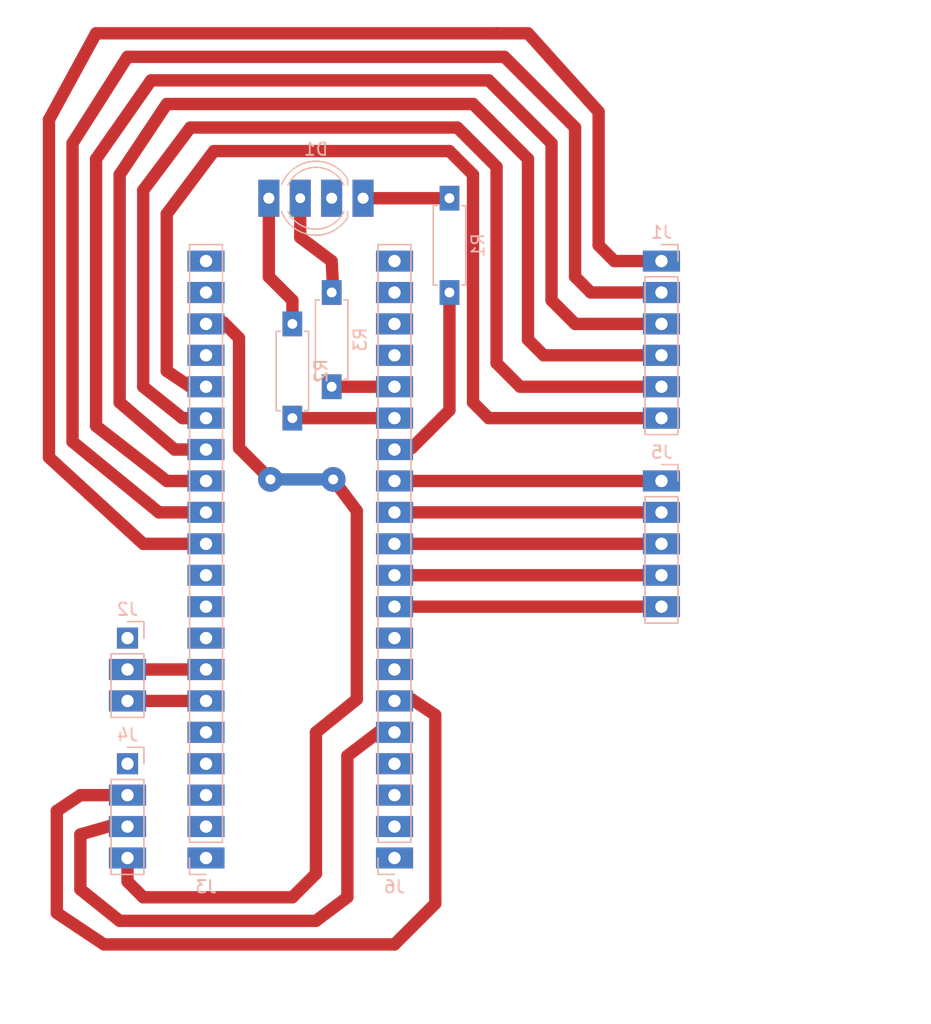
<source format=kicad_pcb>
(kicad_pcb (version 4) (host pcbnew 4.0.7)

  (general
    (links 25)
    (no_connects 3)
    (area 40.539999 54.509999 119.61 139.225001)
    (thickness 1.6)
    (drawings 6)
    (tracks 114)
    (zones 0)
    (modules 10)
    (nets 44)
  )

  (page A4)
  (layers
    (0 F.Cu signal)
    (31 B.Cu signal)
    (32 B.Adhes user)
    (33 F.Adhes user)
    (34 B.Paste user)
    (35 F.Paste user)
    (36 B.SilkS user)
    (37 F.SilkS user)
    (38 B.Mask user)
    (39 F.Mask user)
    (40 Dwgs.User user)
    (41 Cmts.User user)
    (42 Eco1.User user)
    (43 Eco2.User user)
    (44 Edge.Cuts user)
    (45 Margin user)
    (46 B.CrtYd user)
    (47 F.CrtYd user)
    (48 B.Fab user)
    (49 F.Fab user)
  )

  (setup
    (last_trace_width 1)
    (user_trace_width 1)
    (trace_clearance 0.2)
    (zone_clearance 0.508)
    (zone_45_only no)
    (trace_min 0.2)
    (segment_width 0.2)
    (edge_width 0.15)
    (via_size 2)
    (via_drill 0.8)
    (via_min_size 0.4)
    (via_min_drill 0.3)
    (uvia_size 0.3)
    (uvia_drill 0.1)
    (uvias_allowed no)
    (uvia_min_size 0.2)
    (uvia_min_drill 0.1)
    (pcb_text_width 0.3)
    (pcb_text_size 1.5 1.5)
    (mod_edge_width 0.15)
    (mod_text_size 1 1)
    (mod_text_width 0.15)
    (pad_size 2 1.6)
    (pad_drill 0.8)
    (pad_to_mask_clearance 0.2)
    (aux_axis_origin 40.64 134.62)
    (grid_origin 40.64 134.62)
    (visible_elements 7FFFFFFF)
    (pcbplotparams
      (layerselection 0x00000_00000001)
      (usegerberextensions false)
      (excludeedgelayer true)
      (linewidth 0.100000)
      (plotframeref false)
      (viasonmask false)
      (mode 1)
      (useauxorigin true)
      (hpglpennumber 1)
      (hpglpenspeed 20)
      (hpglpendiameter 15)
      (hpglpenoverlay 2)
      (psnegative false)
      (psa4output false)
      (plotreference true)
      (plotvalue true)
      (plotinvisibletext false)
      (padsonsilk false)
      (subtractmaskfromsilk false)
      (outputformat 1)
      (mirror false)
      (drillshape 0)
      (scaleselection 1)
      (outputdirectory out/))
  )

  (net 0 "")
  (net 1 "Net-(D1-Pad1)")
  (net 2 GND)
  (net 3 "Net-(D1-Pad3)")
  (net 4 "Net-(D1-Pad4)")
  (net 5 "Net-(J1-Pad1)")
  (net 6 "Net-(J1-Pad2)")
  (net 7 "Net-(J1-Pad3)")
  (net 8 "Net-(J1-Pad4)")
  (net 9 "Net-(J1-Pad5)")
  (net 10 "Net-(J1-Pad6)")
  (net 11 "Net-(J2-Pad2)")
  (net 12 "Net-(J2-Pad3)")
  (net 13 "Net-(J3-Pad1)")
  (net 14 "Net-(J3-Pad2)")
  (net 15 "Net-(J3-Pad3)")
  (net 16 "Net-(J3-Pad4)")
  (net 17 "Net-(J3-Pad5)")
  (net 18 "Net-(J3-Pad8)")
  (net 19 "Net-(J3-Pad9)")
  (net 20 "Net-(J3-Pad10)")
  (net 21 "Net-(J3-Pad17)")
  (net 22 +5V)
  (net 23 "Net-(J3-Pad20)")
  (net 24 "Net-(J4-Pad2)")
  (net 25 "Net-(J4-Pad3)")
  (net 26 "Net-(J5-Pad1)")
  (net 27 "Net-(J5-Pad2)")
  (net 28 "Net-(J5-Pad3)")
  (net 29 "Net-(J5-Pad4)")
  (net 30 "Net-(J5-Pad5)")
  (net 31 "Net-(J6-Pad1)")
  (net 32 "Net-(J6-Pad2)")
  (net 33 "Net-(J6-Pad3)")
  (net 34 "Net-(J6-Pad4)")
  (net 35 "Net-(J6-Pad7)")
  (net 36 "Net-(J6-Pad8)")
  (net 37 "Net-(J6-Pad14)")
  (net 38 "Net-(J6-Pad15)")
  (net 39 "Net-(J6-Pad16)")
  (net 40 "Net-(J6-Pad17)")
  (net 41 "Net-(J6-Pad18)")
  (net 42 "Net-(J6-Pad19)")
  (net 43 "Net-(J6-Pad20)")

  (net_class Default "This is the default net class."
    (clearance 0.2)
    (trace_width 0.4)
    (via_dia 2)
    (via_drill 0.8)
    (uvia_dia 0.3)
    (uvia_drill 0.1)
    (add_net +5V)
    (add_net GND)
    (add_net "Net-(D1-Pad1)")
    (add_net "Net-(D1-Pad3)")
    (add_net "Net-(D1-Pad4)")
    (add_net "Net-(J1-Pad1)")
    (add_net "Net-(J1-Pad2)")
    (add_net "Net-(J1-Pad3)")
    (add_net "Net-(J1-Pad4)")
    (add_net "Net-(J1-Pad5)")
    (add_net "Net-(J1-Pad6)")
    (add_net "Net-(J2-Pad2)")
    (add_net "Net-(J2-Pad3)")
    (add_net "Net-(J3-Pad1)")
    (add_net "Net-(J3-Pad10)")
    (add_net "Net-(J3-Pad17)")
    (add_net "Net-(J3-Pad2)")
    (add_net "Net-(J3-Pad20)")
    (add_net "Net-(J3-Pad3)")
    (add_net "Net-(J3-Pad4)")
    (add_net "Net-(J3-Pad5)")
    (add_net "Net-(J3-Pad8)")
    (add_net "Net-(J3-Pad9)")
    (add_net "Net-(J4-Pad2)")
    (add_net "Net-(J4-Pad3)")
    (add_net "Net-(J5-Pad1)")
    (add_net "Net-(J5-Pad2)")
    (add_net "Net-(J5-Pad3)")
    (add_net "Net-(J5-Pad4)")
    (add_net "Net-(J5-Pad5)")
    (add_net "Net-(J6-Pad1)")
    (add_net "Net-(J6-Pad14)")
    (add_net "Net-(J6-Pad15)")
    (add_net "Net-(J6-Pad16)")
    (add_net "Net-(J6-Pad17)")
    (add_net "Net-(J6-Pad18)")
    (add_net "Net-(J6-Pad19)")
    (add_net "Net-(J6-Pad2)")
    (add_net "Net-(J6-Pad20)")
    (add_net "Net-(J6-Pad3)")
    (add_net "Net-(J6-Pad4)")
    (add_net "Net-(J6-Pad7)")
    (add_net "Net-(J6-Pad8)")
  )

  (module Pin_Headers:Pin_Header_Straight_1x06_Pitch2.54mm (layer B.Cu) (tedit 5A4321CD) (tstamp 59856363)
    (at 93.98 75.565 180)
    (descr "Through hole straight pin header, 1x06, 2.54mm pitch, single row")
    (tags "Through hole pin header THT 1x06 2.54mm single row")
    (path /59856445)
    (fp_text reference J1 (at 0 2.33 180) (layer B.SilkS)
      (effects (font (size 1 1) (thickness 0.15)) (justify mirror))
    )
    (fp_text value CONN_01X06 (at 0 -15.03 180) (layer B.Fab)
      (effects (font (size 1 1) (thickness 0.15)) (justify mirror))
    )
    (fp_line (start -0.635 1.27) (end 1.27 1.27) (layer B.Fab) (width 0.1))
    (fp_line (start 1.27 1.27) (end 1.27 -13.97) (layer B.Fab) (width 0.1))
    (fp_line (start 1.27 -13.97) (end -1.27 -13.97) (layer B.Fab) (width 0.1))
    (fp_line (start -1.27 -13.97) (end -1.27 0.635) (layer B.Fab) (width 0.1))
    (fp_line (start -1.27 0.635) (end -0.635 1.27) (layer B.Fab) (width 0.1))
    (fp_line (start -1.33 -14.03) (end 1.33 -14.03) (layer B.SilkS) (width 0.12))
    (fp_line (start -1.33 -1.27) (end -1.33 -14.03) (layer B.SilkS) (width 0.12))
    (fp_line (start 1.33 -1.27) (end 1.33 -14.03) (layer B.SilkS) (width 0.12))
    (fp_line (start -1.33 -1.27) (end 1.33 -1.27) (layer B.SilkS) (width 0.12))
    (fp_line (start -1.33 0) (end -1.33 1.33) (layer B.SilkS) (width 0.12))
    (fp_line (start -1.33 1.33) (end 0 1.33) (layer B.SilkS) (width 0.12))
    (fp_line (start -1.8 1.8) (end -1.8 -14.5) (layer B.CrtYd) (width 0.05))
    (fp_line (start -1.8 -14.5) (end 1.8 -14.5) (layer B.CrtYd) (width 0.05))
    (fp_line (start 1.8 -14.5) (end 1.8 1.8) (layer B.CrtYd) (width 0.05))
    (fp_line (start 1.8 1.8) (end -1.8 1.8) (layer B.CrtYd) (width 0.05))
    (fp_text user %R (at 0 -6.35 450) (layer B.Fab)
      (effects (font (size 1 1) (thickness 0.15)) (justify mirror))
    )
    (pad 1 thru_hole rect (at 0 0 180) (size 3 1.7) (drill 1) (layers *.Cu *.Mask)
      (net 5 "Net-(J1-Pad1)"))
    (pad 2 thru_hole rect (at 0 -2.54 180) (size 3 1.7) (drill 1) (layers *.Cu *.Mask)
      (net 6 "Net-(J1-Pad2)"))
    (pad 3 thru_hole rect (at 0 -5.08 180) (size 3 1.7) (drill 1) (layers *.Cu *.Mask)
      (net 7 "Net-(J1-Pad3)"))
    (pad 4 thru_hole rect (at 0 -7.62 180) (size 3 1.7) (drill 1) (layers *.Cu *.Mask)
      (net 8 "Net-(J1-Pad4)"))
    (pad 5 thru_hole rect (at 0 -10.16 180) (size 3 1.7) (drill 1) (layers *.Cu *.Mask)
      (net 9 "Net-(J1-Pad5)"))
    (pad 6 thru_hole rect (at 0 -12.7 180) (size 3 1.7) (drill 1) (layers *.Cu *.Mask)
      (net 10 "Net-(J1-Pad6)"))
    (model ${KISYS3DMOD}/Pin_Headers.3dshapes/Pin_Header_Straight_1x06_Pitch2.54mm.wrl
      (at (xyz 0 0 0))
      (scale (xyz 1 1 1))
      (rotate (xyz 0 0 0))
    )
  )

  (module Pin_Headers:Pin_Header_Straight_1x03_Pitch2.54mm (layer B.Cu) (tedit 5A431FCB) (tstamp 5985636A)
    (at 50.8 106.045 180)
    (descr "Through hole straight pin header, 1x03, 2.54mm pitch, single row")
    (tags "Through hole pin header THT 1x03 2.54mm single row")
    (path /598570B4)
    (fp_text reference J2 (at 0 2.33 180) (layer B.SilkS)
      (effects (font (size 1 1) (thickness 0.15)) (justify mirror))
    )
    (fp_text value CONN_01X03 (at 0 -7.41 180) (layer B.Fab)
      (effects (font (size 1 1) (thickness 0.15)) (justify mirror))
    )
    (fp_line (start -0.635 1.27) (end 1.27 1.27) (layer B.Fab) (width 0.1))
    (fp_line (start 1.27 1.27) (end 1.27 -6.35) (layer B.Fab) (width 0.1))
    (fp_line (start 1.27 -6.35) (end -1.27 -6.35) (layer B.Fab) (width 0.1))
    (fp_line (start -1.27 -6.35) (end -1.27 0.635) (layer B.Fab) (width 0.1))
    (fp_line (start -1.27 0.635) (end -0.635 1.27) (layer B.Fab) (width 0.1))
    (fp_line (start -1.33 -6.41) (end 1.33 -6.41) (layer B.SilkS) (width 0.12))
    (fp_line (start -1.33 -1.27) (end -1.33 -6.41) (layer B.SilkS) (width 0.12))
    (fp_line (start 1.33 -1.27) (end 1.33 -6.41) (layer B.SilkS) (width 0.12))
    (fp_line (start -1.33 -1.27) (end 1.33 -1.27) (layer B.SilkS) (width 0.12))
    (fp_line (start -1.33 0) (end -1.33 1.33) (layer B.SilkS) (width 0.12))
    (fp_line (start -1.33 1.33) (end 0 1.33) (layer B.SilkS) (width 0.12))
    (fp_line (start -1.8 1.8) (end -1.8 -6.85) (layer B.CrtYd) (width 0.05))
    (fp_line (start -1.8 -6.85) (end 1.8 -6.85) (layer B.CrtYd) (width 0.05))
    (fp_line (start 1.8 -6.85) (end 1.8 1.8) (layer B.CrtYd) (width 0.05))
    (fp_line (start 1.8 1.8) (end -1.8 1.8) (layer B.CrtYd) (width 0.05))
    (fp_text user %R (at 0 -2.54 450) (layer B.Fab)
      (effects (font (size 1 1) (thickness 0.15)) (justify mirror))
    )
    (pad 1 thru_hole rect (at 0 0 180) (size 1.7 1.7) (drill 1) (layers *.Cu *.Mask)
      (net 2 GND))
    (pad 2 thru_hole rect (at 0 -2.54 180) (size 3 1.7) (drill 1) (layers *.Cu *.Mask)
      (net 11 "Net-(J2-Pad2)"))
    (pad 3 thru_hole rect (at 0 -5.08 180) (size 3 1.7) (drill 1) (layers *.Cu *.Mask)
      (net 12 "Net-(J2-Pad3)"))
    (model ${KISYS3DMOD}/Pin_Headers.3dshapes/Pin_Header_Straight_1x03_Pitch2.54mm.wrl
      (at (xyz 0 0 0))
      (scale (xyz 1 1 1))
      (rotate (xyz 0 0 0))
    )
  )

  (module Pin_Headers:Pin_Header_Straight_1x20_Pitch2.54mm (layer B.Cu) (tedit 5A432017) (tstamp 59856382)
    (at 57.15 123.825)
    (descr "Through hole straight pin header, 1x20, 2.54mm pitch, single row")
    (tags "Through hole pin header THT 1x20 2.54mm single row")
    (path /59855A6E)
    (fp_text reference J3 (at 0 2.33) (layer B.SilkS)
      (effects (font (size 1 1) (thickness 0.15)) (justify mirror))
    )
    (fp_text value CONN_01X20 (at 0 -50.59) (layer B.Fab)
      (effects (font (size 1 1) (thickness 0.15)) (justify mirror))
    )
    (fp_line (start -0.635 1.27) (end 1.27 1.27) (layer B.Fab) (width 0.1))
    (fp_line (start 1.27 1.27) (end 1.27 -49.53) (layer B.Fab) (width 0.1))
    (fp_line (start 1.27 -49.53) (end -1.27 -49.53) (layer B.Fab) (width 0.1))
    (fp_line (start -1.27 -49.53) (end -1.27 0.635) (layer B.Fab) (width 0.1))
    (fp_line (start -1.27 0.635) (end -0.635 1.27) (layer B.Fab) (width 0.1))
    (fp_line (start -1.33 -49.59) (end 1.33 -49.59) (layer B.SilkS) (width 0.12))
    (fp_line (start -1.33 -1.27) (end -1.33 -49.59) (layer B.SilkS) (width 0.12))
    (fp_line (start 1.33 -1.27) (end 1.33 -49.59) (layer B.SilkS) (width 0.12))
    (fp_line (start -1.33 -1.27) (end 1.33 -1.27) (layer B.SilkS) (width 0.12))
    (fp_line (start -1.33 0) (end -1.33 1.33) (layer B.SilkS) (width 0.12))
    (fp_line (start -1.33 1.33) (end 0 1.33) (layer B.SilkS) (width 0.12))
    (fp_line (start -1.8 1.8) (end -1.8 -50.05) (layer B.CrtYd) (width 0.05))
    (fp_line (start -1.8 -50.05) (end 1.8 -50.05) (layer B.CrtYd) (width 0.05))
    (fp_line (start 1.8 -50.05) (end 1.8 1.8) (layer B.CrtYd) (width 0.05))
    (fp_line (start 1.8 1.8) (end -1.8 1.8) (layer B.CrtYd) (width 0.05))
    (fp_text user %R (at 0 -24.13 270) (layer B.Fab)
      (effects (font (size 1 1) (thickness 0.15)) (justify mirror))
    )
    (pad 1 thru_hole rect (at 0 0) (size 3 1.7) (drill 1) (layers *.Cu *.Mask)
      (net 13 "Net-(J3-Pad1)"))
    (pad 2 thru_hole rect (at 0 -2.54) (size 3 1.7) (drill 1) (layers *.Cu *.Mask)
      (net 14 "Net-(J3-Pad2)"))
    (pad 3 thru_hole rect (at 0 -5.08) (size 3 1.7) (drill 1) (layers *.Cu *.Mask)
      (net 15 "Net-(J3-Pad3)"))
    (pad 4 thru_hole rect (at 0 -7.62) (size 3 1.7) (drill 1) (layers *.Cu *.Mask)
      (net 16 "Net-(J3-Pad4)"))
    (pad 5 thru_hole rect (at 0 -10.16) (size 3 1.7) (drill 1) (layers *.Cu *.Mask)
      (net 17 "Net-(J3-Pad5)"))
    (pad 6 thru_hole rect (at 0 -12.7) (size 3 1.7) (drill 1) (layers *.Cu *.Mask)
      (net 12 "Net-(J2-Pad3)"))
    (pad 7 thru_hole rect (at 0 -15.24) (size 3 1.7) (drill 1) (layers *.Cu *.Mask)
      (net 11 "Net-(J2-Pad2)"))
    (pad 8 thru_hole rect (at 0 -17.78) (size 3 1.7) (drill 1) (layers *.Cu *.Mask)
      (net 18 "Net-(J3-Pad8)"))
    (pad 9 thru_hole rect (at 0 -20.32) (size 3 1.7) (drill 1) (layers *.Cu *.Mask)
      (net 19 "Net-(J3-Pad9)"))
    (pad 10 thru_hole rect (at 0 -22.86) (size 3 1.7) (drill 1) (layers *.Cu *.Mask)
      (net 20 "Net-(J3-Pad10)"))
    (pad 11 thru_hole rect (at 0 -25.4) (size 3 1.7) (drill 1) (layers *.Cu *.Mask)
      (net 5 "Net-(J1-Pad1)"))
    (pad 12 thru_hole rect (at 0 -27.94) (size 3 1.7) (drill 1) (layers *.Cu *.Mask)
      (net 6 "Net-(J1-Pad2)"))
    (pad 13 thru_hole rect (at 0 -30.48) (size 3 1.7) (drill 1) (layers *.Cu *.Mask)
      (net 7 "Net-(J1-Pad3)"))
    (pad 14 thru_hole rect (at 0 -33.02) (size 3 1.7) (drill 1) (layers *.Cu *.Mask)
      (net 8 "Net-(J1-Pad4)"))
    (pad 15 thru_hole rect (at 0 -35.56) (size 3 1.7) (drill 1) (layers *.Cu *.Mask)
      (net 9 "Net-(J1-Pad5)"))
    (pad 16 thru_hole rect (at 0 -38.1) (size 3 1.7) (drill 1) (layers *.Cu *.Mask)
      (net 10 "Net-(J1-Pad6)"))
    (pad 17 thru_hole rect (at 0 -40.64) (size 3 1.7) (drill 1) (layers *.Cu *.Mask)
      (net 21 "Net-(J3-Pad17)"))
    (pad 18 thru_hole rect (at 0 -43.18) (size 3 1.7) (drill 1) (layers *.Cu *.Mask)
      (net 22 +5V))
    (pad 19 thru_hole rect (at 0 -45.72) (size 3 1.7) (drill 1) (layers *.Cu *.Mask)
      (net 2 GND))
    (pad 20 thru_hole rect (at 0 -48.26) (size 3 1.7) (drill 1) (layers *.Cu *.Mask)
      (net 23 "Net-(J3-Pad20)"))
    (model ${KISYS3DMOD}/Pin_Headers.3dshapes/Pin_Header_Straight_1x20_Pitch2.54mm.wrl
      (at (xyz 0 0 0))
      (scale (xyz 1 1 1))
      (rotate (xyz 0 0 0))
    )
  )

  (module Pin_Headers:Pin_Header_Straight_1x04_Pitch2.54mm (layer B.Cu) (tedit 5A431FDB) (tstamp 5985638A)
    (at 50.8 116.205 180)
    (descr "Through hole straight pin header, 1x04, 2.54mm pitch, single row")
    (tags "Through hole pin header THT 1x04 2.54mm single row")
    (path /5985719D)
    (fp_text reference J4 (at 0 2.33 180) (layer B.SilkS)
      (effects (font (size 1 1) (thickness 0.15)) (justify mirror))
    )
    (fp_text value CONN_01X04 (at 0 -9.95 180) (layer B.Fab)
      (effects (font (size 1 1) (thickness 0.15)) (justify mirror))
    )
    (fp_line (start -0.635 1.27) (end 1.27 1.27) (layer B.Fab) (width 0.1))
    (fp_line (start 1.27 1.27) (end 1.27 -8.89) (layer B.Fab) (width 0.1))
    (fp_line (start 1.27 -8.89) (end -1.27 -8.89) (layer B.Fab) (width 0.1))
    (fp_line (start -1.27 -8.89) (end -1.27 0.635) (layer B.Fab) (width 0.1))
    (fp_line (start -1.27 0.635) (end -0.635 1.27) (layer B.Fab) (width 0.1))
    (fp_line (start -1.33 -8.95) (end 1.33 -8.95) (layer B.SilkS) (width 0.12))
    (fp_line (start -1.33 -1.27) (end -1.33 -8.95) (layer B.SilkS) (width 0.12))
    (fp_line (start 1.33 -1.27) (end 1.33 -8.95) (layer B.SilkS) (width 0.12))
    (fp_line (start -1.33 -1.27) (end 1.33 -1.27) (layer B.SilkS) (width 0.12))
    (fp_line (start -1.33 0) (end -1.33 1.33) (layer B.SilkS) (width 0.12))
    (fp_line (start -1.33 1.33) (end 0 1.33) (layer B.SilkS) (width 0.12))
    (fp_line (start -1.8 1.8) (end -1.8 -9.4) (layer B.CrtYd) (width 0.05))
    (fp_line (start -1.8 -9.4) (end 1.8 -9.4) (layer B.CrtYd) (width 0.05))
    (fp_line (start 1.8 -9.4) (end 1.8 1.8) (layer B.CrtYd) (width 0.05))
    (fp_line (start 1.8 1.8) (end -1.8 1.8) (layer B.CrtYd) (width 0.05))
    (fp_text user %R (at 0 -3.81 450) (layer B.Fab)
      (effects (font (size 1 1) (thickness 0.15)) (justify mirror))
    )
    (pad 1 thru_hole rect (at 0 0 180) (size 1.7 1.7) (drill 1) (layers *.Cu *.Mask)
      (net 2 GND))
    (pad 2 thru_hole rect (at 0 -2.54 180) (size 3 1.7) (drill 1) (layers *.Cu *.Mask)
      (net 24 "Net-(J4-Pad2)"))
    (pad 3 thru_hole rect (at 0 -5.08 180) (size 3 1.7) (drill 1) (layers *.Cu *.Mask)
      (net 25 "Net-(J4-Pad3)"))
    (pad 4 thru_hole rect (at 0 -7.62 180) (size 3 1.7) (drill 1) (layers *.Cu *.Mask)
      (net 22 +5V))
    (model ${KISYS3DMOD}/Pin_Headers.3dshapes/Pin_Header_Straight_1x04_Pitch2.54mm.wrl
      (at (xyz 0 0 0))
      (scale (xyz 1 1 1))
      (rotate (xyz 0 0 0))
    )
  )

  (module Pin_Headers:Pin_Header_Straight_1x05_Pitch2.54mm (layer B.Cu) (tedit 5A4321BC) (tstamp 59856393)
    (at 93.98 93.345 180)
    (descr "Through hole straight pin header, 1x05, 2.54mm pitch, single row")
    (tags "Through hole pin header THT 1x05 2.54mm single row")
    (path /59855D99)
    (fp_text reference J5 (at 0 2.33 180) (layer B.SilkS)
      (effects (font (size 1 1) (thickness 0.15)) (justify mirror))
    )
    (fp_text value CONN_01X05 (at 0 -12.49 180) (layer B.Fab)
      (effects (font (size 1 1) (thickness 0.15)) (justify mirror))
    )
    (fp_line (start -0.635 1.27) (end 1.27 1.27) (layer B.Fab) (width 0.1))
    (fp_line (start 1.27 1.27) (end 1.27 -11.43) (layer B.Fab) (width 0.1))
    (fp_line (start 1.27 -11.43) (end -1.27 -11.43) (layer B.Fab) (width 0.1))
    (fp_line (start -1.27 -11.43) (end -1.27 0.635) (layer B.Fab) (width 0.1))
    (fp_line (start -1.27 0.635) (end -0.635 1.27) (layer B.Fab) (width 0.1))
    (fp_line (start -1.33 -11.49) (end 1.33 -11.49) (layer B.SilkS) (width 0.12))
    (fp_line (start -1.33 -1.27) (end -1.33 -11.49) (layer B.SilkS) (width 0.12))
    (fp_line (start 1.33 -1.27) (end 1.33 -11.49) (layer B.SilkS) (width 0.12))
    (fp_line (start -1.33 -1.27) (end 1.33 -1.27) (layer B.SilkS) (width 0.12))
    (fp_line (start -1.33 0) (end -1.33 1.33) (layer B.SilkS) (width 0.12))
    (fp_line (start -1.33 1.33) (end 0 1.33) (layer B.SilkS) (width 0.12))
    (fp_line (start -1.8 1.8) (end -1.8 -11.95) (layer B.CrtYd) (width 0.05))
    (fp_line (start -1.8 -11.95) (end 1.8 -11.95) (layer B.CrtYd) (width 0.05))
    (fp_line (start 1.8 -11.95) (end 1.8 1.8) (layer B.CrtYd) (width 0.05))
    (fp_line (start 1.8 1.8) (end -1.8 1.8) (layer B.CrtYd) (width 0.05))
    (fp_text user %R (at 0 -5.08 450) (layer B.Fab)
      (effects (font (size 1 1) (thickness 0.15)) (justify mirror))
    )
    (pad 1 thru_hole rect (at 0 0 180) (size 3 1.7) (drill 1) (layers *.Cu *.Mask)
      (net 26 "Net-(J5-Pad1)"))
    (pad 2 thru_hole rect (at 0 -2.54 180) (size 3 1.7) (drill 1) (layers *.Cu *.Mask)
      (net 27 "Net-(J5-Pad2)"))
    (pad 3 thru_hole rect (at 0 -5.08 180) (size 3 1.7) (drill 1) (layers *.Cu *.Mask)
      (net 28 "Net-(J5-Pad3)"))
    (pad 4 thru_hole rect (at 0 -7.62 180) (size 3 1.7) (drill 1) (layers *.Cu *.Mask)
      (net 29 "Net-(J5-Pad4)"))
    (pad 5 thru_hole rect (at 0 -10.16 180) (size 3 1.7) (drill 1) (layers *.Cu *.Mask)
      (net 30 "Net-(J5-Pad5)"))
    (model ${KISYS3DMOD}/Pin_Headers.3dshapes/Pin_Header_Straight_1x05_Pitch2.54mm.wrl
      (at (xyz 0 0 0))
      (scale (xyz 1 1 1))
      (rotate (xyz 0 0 0))
    )
  )

  (module Pin_Headers:Pin_Header_Straight_1x20_Pitch2.54mm (layer B.Cu) (tedit 5A43207E) (tstamp 598563AB)
    (at 72.39 123.825)
    (descr "Through hole straight pin header, 1x20, 2.54mm pitch, single row")
    (tags "Through hole pin header THT 1x20 2.54mm single row")
    (path /59855ABC)
    (fp_text reference J6 (at 0 2.33) (layer B.SilkS)
      (effects (font (size 1 1) (thickness 0.15)) (justify mirror))
    )
    (fp_text value CONN_01X20 (at 0 -50.59) (layer B.Fab)
      (effects (font (size 1 1) (thickness 0.15)) (justify mirror))
    )
    (fp_line (start -0.635 1.27) (end 1.27 1.27) (layer B.Fab) (width 0.1))
    (fp_line (start 1.27 1.27) (end 1.27 -49.53) (layer B.Fab) (width 0.1))
    (fp_line (start 1.27 -49.53) (end -1.27 -49.53) (layer B.Fab) (width 0.1))
    (fp_line (start -1.27 -49.53) (end -1.27 0.635) (layer B.Fab) (width 0.1))
    (fp_line (start -1.27 0.635) (end -0.635 1.27) (layer B.Fab) (width 0.1))
    (fp_line (start -1.33 -49.59) (end 1.33 -49.59) (layer B.SilkS) (width 0.12))
    (fp_line (start -1.33 -1.27) (end -1.33 -49.59) (layer B.SilkS) (width 0.12))
    (fp_line (start 1.33 -1.27) (end 1.33 -49.59) (layer B.SilkS) (width 0.12))
    (fp_line (start -1.33 -1.27) (end 1.33 -1.27) (layer B.SilkS) (width 0.12))
    (fp_line (start -1.33 0) (end -1.33 1.33) (layer B.SilkS) (width 0.12))
    (fp_line (start -1.33 1.33) (end 0 1.33) (layer B.SilkS) (width 0.12))
    (fp_line (start -1.8 1.8) (end -1.8 -50.05) (layer B.CrtYd) (width 0.05))
    (fp_line (start -1.8 -50.05) (end 1.8 -50.05) (layer B.CrtYd) (width 0.05))
    (fp_line (start 1.8 -50.05) (end 1.8 1.8) (layer B.CrtYd) (width 0.05))
    (fp_line (start 1.8 1.8) (end -1.8 1.8) (layer B.CrtYd) (width 0.05))
    (fp_text user %R (at 0 -24.13 270) (layer B.Fab)
      (effects (font (size 1 1) (thickness 0.15)) (justify mirror))
    )
    (pad 1 thru_hole rect (at 0 0) (size 3 1.7) (drill 1) (layers *.Cu *.Mask)
      (net 31 "Net-(J6-Pad1)"))
    (pad 2 thru_hole rect (at 0 -2.54) (size 3 1.7) (drill 1) (layers *.Cu *.Mask)
      (net 32 "Net-(J6-Pad2)"))
    (pad 3 thru_hole rect (at 0 -5.08) (size 3 1.7) (drill 1) (layers *.Cu *.Mask)
      (net 33 "Net-(J6-Pad3)"))
    (pad 4 thru_hole rect (at 0 -7.62) (size 3 1.7) (drill 1) (layers *.Cu *.Mask)
      (net 34 "Net-(J6-Pad4)"))
    (pad 5 thru_hole rect (at 0 -10.16) (size 3 1.7) (drill 1) (layers *.Cu *.Mask)
      (net 25 "Net-(J4-Pad3)"))
    (pad 6 thru_hole rect (at 0 -12.7) (size 3 1.7) (drill 1) (layers *.Cu *.Mask)
      (net 24 "Net-(J4-Pad2)"))
    (pad 7 thru_hole rect (at 0 -15.24) (size 3 1.7) (drill 1) (layers *.Cu *.Mask)
      (net 35 "Net-(J6-Pad7)"))
    (pad 8 thru_hole rect (at 0 -17.78) (size 3 1.7) (drill 1) (layers *.Cu *.Mask)
      (net 36 "Net-(J6-Pad8)"))
    (pad 9 thru_hole rect (at 0 -20.32) (size 3 1.7) (drill 1) (layers *.Cu *.Mask)
      (net 30 "Net-(J5-Pad5)"))
    (pad 10 thru_hole rect (at 0 -22.86) (size 3 1.7) (drill 1) (layers *.Cu *.Mask)
      (net 29 "Net-(J5-Pad4)"))
    (pad 11 thru_hole rect (at 0 -25.4) (size 3 1.7) (drill 1) (layers *.Cu *.Mask)
      (net 28 "Net-(J5-Pad3)"))
    (pad 12 thru_hole rect (at 0 -27.94) (size 3 1.7) (drill 1) (layers *.Cu *.Mask)
      (net 27 "Net-(J5-Pad2)"))
    (pad 13 thru_hole rect (at 0 -30.48) (size 3 1.7) (drill 1) (layers *.Cu *.Mask)
      (net 26 "Net-(J5-Pad1)"))
    (pad 14 thru_hole rect (at 0 -33.02) (size 3 1.7) (drill 1) (layers *.Cu *.Mask)
      (net 37 "Net-(J6-Pad14)"))
    (pad 15 thru_hole rect (at 0 -35.56) (size 3 1.7) (drill 1) (layers *.Cu *.Mask)
      (net 38 "Net-(J6-Pad15)"))
    (pad 16 thru_hole rect (at 0 -38.1) (size 3 1.7) (drill 1) (layers *.Cu *.Mask)
      (net 39 "Net-(J6-Pad16)"))
    (pad 17 thru_hole rect (at 0 -40.64) (size 3 1.7) (drill 1) (layers *.Cu *.Mask)
      (net 40 "Net-(J6-Pad17)"))
    (pad 18 thru_hole rect (at 0 -43.18) (size 3 1.7) (drill 1) (layers *.Cu *.Mask)
      (net 41 "Net-(J6-Pad18)"))
    (pad 19 thru_hole rect (at 0 -45.72) (size 3 1.7) (drill 1) (layers *.Cu *.Mask)
      (net 42 "Net-(J6-Pad19)"))
    (pad 20 thru_hole rect (at 0 -48.26) (size 3 1.7) (drill 1) (layers *.Cu *.Mask)
      (net 43 "Net-(J6-Pad20)"))
    (model ${KISYS3DMOD}/Pin_Headers.3dshapes/Pin_Header_Straight_1x20_Pitch2.54mm.wrl
      (at (xyz 0 0 0))
      (scale (xyz 1 1 1))
      (rotate (xyz 0 0 0))
    )
  )

  (module Resistors_THT:R_Axial_DIN0207_L6.3mm_D2.5mm_P7.62mm_Horizontal (layer B.Cu) (tedit 5A432203) (tstamp 598563B1)
    (at 76.835 78.105 90)
    (descr "Resistor, Axial_DIN0207 series, Axial, Horizontal, pin pitch=7.62mm, 0.25W = 1/4W, length*diameter=6.3*2.5mm^2, http://cdn-reichelt.de/documents/datenblatt/B400/1_4W%23YAG.pdf")
    (tags "Resistor Axial_DIN0207 series Axial Horizontal pin pitch 7.62mm 0.25W = 1/4W length 6.3mm diameter 2.5mm")
    (path /598568DC)
    (fp_text reference R1 (at 3.81 2.31 90) (layer B.SilkS)
      (effects (font (size 1 1) (thickness 0.15)) (justify mirror))
    )
    (fp_text value R_Small (at 3.81 -2.31 90) (layer B.Fab)
      (effects (font (size 1 1) (thickness 0.15)) (justify mirror))
    )
    (fp_line (start 0.66 1.25) (end 0.66 -1.25) (layer B.Fab) (width 0.1))
    (fp_line (start 0.66 -1.25) (end 6.96 -1.25) (layer B.Fab) (width 0.1))
    (fp_line (start 6.96 -1.25) (end 6.96 1.25) (layer B.Fab) (width 0.1))
    (fp_line (start 6.96 1.25) (end 0.66 1.25) (layer B.Fab) (width 0.1))
    (fp_line (start 0 0) (end 0.66 0) (layer B.Fab) (width 0.1))
    (fp_line (start 7.62 0) (end 6.96 0) (layer B.Fab) (width 0.1))
    (fp_line (start 0.6 0.98) (end 0.6 1.31) (layer B.SilkS) (width 0.12))
    (fp_line (start 0.6 1.31) (end 7.02 1.31) (layer B.SilkS) (width 0.12))
    (fp_line (start 7.02 1.31) (end 7.02 0.98) (layer B.SilkS) (width 0.12))
    (fp_line (start 0.6 -0.98) (end 0.6 -1.31) (layer B.SilkS) (width 0.12))
    (fp_line (start 0.6 -1.31) (end 7.02 -1.31) (layer B.SilkS) (width 0.12))
    (fp_line (start 7.02 -1.31) (end 7.02 -0.98) (layer B.SilkS) (width 0.12))
    (fp_line (start -1.05 1.6) (end -1.05 -1.6) (layer B.CrtYd) (width 0.05))
    (fp_line (start -1.05 -1.6) (end 8.7 -1.6) (layer B.CrtYd) (width 0.05))
    (fp_line (start 8.7 -1.6) (end 8.7 1.6) (layer B.CrtYd) (width 0.05))
    (fp_line (start 8.7 1.6) (end -1.05 1.6) (layer B.CrtYd) (width 0.05))
    (pad 1 thru_hole rect (at 0 0 90) (size 2 1.6) (drill 0.8) (layers *.Cu *.Mask)
      (net 37 "Net-(J6-Pad14)"))
    (pad 2 thru_hole rect (at 7.62 0 90) (size 2 1.6) (drill 0.8) (layers *.Cu *.Mask)
      (net 1 "Net-(D1-Pad1)"))
    (model ${KISYS3DMOD}/Resistors_THT.3dshapes/R_Axial_DIN0207_L6.3mm_D2.5mm_P7.62mm_Horizontal.wrl
      (at (xyz 0 0 0))
      (scale (xyz 0.393701 0.393701 0.393701))
      (rotate (xyz 0 0 0))
    )
  )

  (module Resistors_THT:R_Axial_DIN0207_L6.3mm_D2.5mm_P7.62mm_Horizontal (layer B.Cu) (tedit 5A432213) (tstamp 598563B7)
    (at 64.135 88.265 90)
    (descr "Resistor, Axial_DIN0207 series, Axial, Horizontal, pin pitch=7.62mm, 0.25W = 1/4W, length*diameter=6.3*2.5mm^2, http://cdn-reichelt.de/documents/datenblatt/B400/1_4W%23YAG.pdf")
    (tags "Resistor Axial_DIN0207 series Axial Horizontal pin pitch 7.62mm 0.25W = 1/4W length 6.3mm diameter 2.5mm")
    (path /59856998)
    (fp_text reference R2 (at 3.81 2.31 90) (layer B.SilkS)
      (effects (font (size 1 1) (thickness 0.15)) (justify mirror))
    )
    (fp_text value R_Small (at 3.81 -2.31 90) (layer B.Fab)
      (effects (font (size 1 1) (thickness 0.15)) (justify mirror))
    )
    (fp_line (start 0.66 1.25) (end 0.66 -1.25) (layer B.Fab) (width 0.1))
    (fp_line (start 0.66 -1.25) (end 6.96 -1.25) (layer B.Fab) (width 0.1))
    (fp_line (start 6.96 -1.25) (end 6.96 1.25) (layer B.Fab) (width 0.1))
    (fp_line (start 6.96 1.25) (end 0.66 1.25) (layer B.Fab) (width 0.1))
    (fp_line (start 0 0) (end 0.66 0) (layer B.Fab) (width 0.1))
    (fp_line (start 7.62 0) (end 6.96 0) (layer B.Fab) (width 0.1))
    (fp_line (start 0.6 0.98) (end 0.6 1.31) (layer B.SilkS) (width 0.12))
    (fp_line (start 0.6 1.31) (end 7.02 1.31) (layer B.SilkS) (width 0.12))
    (fp_line (start 7.02 1.31) (end 7.02 0.98) (layer B.SilkS) (width 0.12))
    (fp_line (start 0.6 -0.98) (end 0.6 -1.31) (layer B.SilkS) (width 0.12))
    (fp_line (start 0.6 -1.31) (end 7.02 -1.31) (layer B.SilkS) (width 0.12))
    (fp_line (start 7.02 -1.31) (end 7.02 -0.98) (layer B.SilkS) (width 0.12))
    (fp_line (start -1.05 1.6) (end -1.05 -1.6) (layer B.CrtYd) (width 0.05))
    (fp_line (start -1.05 -1.6) (end 8.7 -1.6) (layer B.CrtYd) (width 0.05))
    (fp_line (start 8.7 -1.6) (end 8.7 1.6) (layer B.CrtYd) (width 0.05))
    (fp_line (start 8.7 1.6) (end -1.05 1.6) (layer B.CrtYd) (width 0.05))
    (pad 1 thru_hole rect (at 0 0 90) (size 2 1.6) (drill 0.8) (layers *.Cu *.Mask)
      (net 38 "Net-(J6-Pad15)"))
    (pad 2 thru_hole rect (at 7.62 0 90) (size 2 1.6) (drill 0.8) (layers *.Cu *.Mask)
      (net 4 "Net-(D1-Pad4)"))
    (model ${KISYS3DMOD}/Resistors_THT.3dshapes/R_Axial_DIN0207_L6.3mm_D2.5mm_P7.62mm_Horizontal.wrl
      (at (xyz 0 0 0))
      (scale (xyz 0.393701 0.393701 0.393701))
      (rotate (xyz 0 0 0))
    )
  )

  (module Resistors_THT:R_Axial_DIN0207_L6.3mm_D2.5mm_P7.62mm_Horizontal (layer B.Cu) (tedit 5A43220B) (tstamp 598563BD)
    (at 67.31 85.725 90)
    (descr "Resistor, Axial_DIN0207 series, Axial, Horizontal, pin pitch=7.62mm, 0.25W = 1/4W, length*diameter=6.3*2.5mm^2, http://cdn-reichelt.de/documents/datenblatt/B400/1_4W%23YAG.pdf")
    (tags "Resistor Axial_DIN0207 series Axial Horizontal pin pitch 7.62mm 0.25W = 1/4W length 6.3mm diameter 2.5mm")
    (path /598569D5)
    (fp_text reference R3 (at 3.81 2.31 90) (layer B.SilkS)
      (effects (font (size 1 1) (thickness 0.15)) (justify mirror))
    )
    (fp_text value R_Small (at 3.81 -2.31 90) (layer B.Fab)
      (effects (font (size 1 1) (thickness 0.15)) (justify mirror))
    )
    (fp_line (start 0.66 1.25) (end 0.66 -1.25) (layer B.Fab) (width 0.1))
    (fp_line (start 0.66 -1.25) (end 6.96 -1.25) (layer B.Fab) (width 0.1))
    (fp_line (start 6.96 -1.25) (end 6.96 1.25) (layer B.Fab) (width 0.1))
    (fp_line (start 6.96 1.25) (end 0.66 1.25) (layer B.Fab) (width 0.1))
    (fp_line (start 0 0) (end 0.66 0) (layer B.Fab) (width 0.1))
    (fp_line (start 7.62 0) (end 6.96 0) (layer B.Fab) (width 0.1))
    (fp_line (start 0.6 0.98) (end 0.6 1.31) (layer B.SilkS) (width 0.12))
    (fp_line (start 0.6 1.31) (end 7.02 1.31) (layer B.SilkS) (width 0.12))
    (fp_line (start 7.02 1.31) (end 7.02 0.98) (layer B.SilkS) (width 0.12))
    (fp_line (start 0.6 -0.98) (end 0.6 -1.31) (layer B.SilkS) (width 0.12))
    (fp_line (start 0.6 -1.31) (end 7.02 -1.31) (layer B.SilkS) (width 0.12))
    (fp_line (start 7.02 -1.31) (end 7.02 -0.98) (layer B.SilkS) (width 0.12))
    (fp_line (start -1.05 1.6) (end -1.05 -1.6) (layer B.CrtYd) (width 0.05))
    (fp_line (start -1.05 -1.6) (end 8.7 -1.6) (layer B.CrtYd) (width 0.05))
    (fp_line (start 8.7 -1.6) (end 8.7 1.6) (layer B.CrtYd) (width 0.05))
    (fp_line (start 8.7 1.6) (end -1.05 1.6) (layer B.CrtYd) (width 0.05))
    (pad 1 thru_hole rect (at 0 0 90) (size 2 1.6) (drill 0.8) (layers *.Cu *.Mask)
      (net 39 "Net-(J6-Pad16)"))
    (pad 2 thru_hole rect (at 7.62 0 90) (size 2 1.6) (drill 0.8) (layers *.Cu *.Mask)
      (net 3 "Net-(D1-Pad3)"))
    (model ${KISYS3DMOD}/Resistors_THT.3dshapes/R_Axial_DIN0207_L6.3mm_D2.5mm_P7.62mm_Horizontal.wrl
      (at (xyz 0 0 0))
      (scale (xyz 0.393701 0.393701 0.393701))
      (rotate (xyz 0 0 0))
    )
  )

  (module ledrbg:LED_D5.0mm-4 (layer B.Cu) (tedit 5A431AA9) (tstamp 59856359)
    (at 67.945 70.485 180)
    (descr "LED, diameter 5.0mm, 2 pins, diameter 5.0mm, 3 pins, diameter 5.0mm, 4 pins, http://www.kingbright.com/attachments/file/psearch/000/00/00/L-154A4SUREQBFZGEW(Ver.9A).pdf")
    (tags "LED diameter 5.0mm 2 pins diameter 5.0mm 3 pins diameter 5.0mm 4 pins")
    (path /59856DF0)
    (fp_text reference D1 (at 1.905 3.96 180) (layer B.SilkS)
      (effects (font (size 1 1) (thickness 0.15)) (justify mirror))
    )
    (fp_text value LED_RCBG (at 1.905 -3.96 180) (layer B.Fab)
      (effects (font (size 1 1) (thickness 0.15)) (justify mirror))
    )
    (fp_arc (start 1.905 0) (end -0.595 1.469694) (angle -299.1) (layer B.Fab) (width 0.1))
    (fp_arc (start 1.905 0) (end -0.655 1.54483) (angle -127.7) (layer B.SilkS) (width 0.12))
    (fp_arc (start 1.905 0) (end -0.655 -1.54483) (angle 127.7) (layer B.SilkS) (width 0.12))
    (fp_arc (start 1.905 0) (end -0.349684 1.08) (angle -128.8) (layer B.SilkS) (width 0.12))
    (fp_arc (start 1.905 0) (end -0.349684 -1.08) (angle 128.8) (layer B.SilkS) (width 0.12))
    (fp_circle (center 1.905 0) (end 4.405 0) (layer B.Fab) (width 0.1))
    (fp_line (start -0.595 1.469694) (end -0.595 -1.469694) (layer B.Fab) (width 0.1))
    (fp_line (start -0.655 1.545) (end -0.655 1.08) (layer B.SilkS) (width 0.12))
    (fp_line (start -0.655 -1.08) (end -0.655 -1.545) (layer B.SilkS) (width 0.12))
    (fp_line (start -1.35 3.25) (end -1.35 -3.25) (layer B.CrtYd) (width 0.05))
    (fp_line (start -1.35 -3.25) (end 5.15 -3.25) (layer B.CrtYd) (width 0.05))
    (fp_line (start 5.15 -3.25) (end 5.15 3.25) (layer B.CrtYd) (width 0.05))
    (fp_line (start 5.15 3.25) (end -1.35 3.25) (layer B.CrtYd) (width 0.05))
    (pad 1 thru_hole rect (at -1.905 0 180) (size 1.7 3) (drill 0.9) (layers *.Cu *.Mask)
      (net 1 "Net-(D1-Pad1)"))
    (pad 2 thru_hole rect (at 0.635 0 180) (size 1.7 3) (drill 0.9) (layers *.Cu *.Mask)
      (net 2 GND))
    (pad 3 thru_hole rect (at 3.175 0 180) (size 1.7 3) (drill 0.8) (layers *.Cu *.Mask)
      (net 3 "Net-(D1-Pad3)"))
    (pad 4 thru_hole rect (at 5.715 0 180) (size 1.7 3) (drill 0.9) (layers *.Cu *.Mask)
      (net 4 "Net-(D1-Pad4)"))
    (model ${KISYS3DMOD}/LEDs.3dshapes/LED_D5.0mm-4.wrl
      (at (xyz 0 0 0))
      (scale (xyz 0.393701 0.393701 0.393701))
      (rotate (xyz 0 0 0))
    )
  )

  (dimension 80.01 (width 0.3) (layer Cmts.User)
    (gr_text "80.010 mm" (at 113.11 94.615 270) (layer Cmts.User)
      (effects (font (size 1.5 1.5) (thickness 0.3)))
    )
    (feature1 (pts (xy 96.52 134.62) (xy 114.46 134.62)))
    (feature2 (pts (xy 96.52 54.61) (xy 114.46 54.61)))
    (crossbar (pts (xy 111.76 54.61) (xy 111.76 134.62)))
    (arrow1a (pts (xy 111.76 134.62) (xy 112.346421 133.493496)))
    (arrow1b (pts (xy 111.76 134.62) (xy 111.173579 133.493496)))
    (arrow2a (pts (xy 111.76 54.61) (xy 112.346421 55.736504)))
    (arrow2b (pts (xy 111.76 54.61) (xy 111.173579 55.736504)))
  )
  (dimension 55.88 (width 0.3) (layer Cmts.User)
    (gr_text "55.880 mm" (at 68.58 137.875) (layer Cmts.User)
      (effects (font (size 1.5 1.5) (thickness 0.3)))
    )
    (feature1 (pts (xy 40.64 130.81) (xy 40.64 139.225)))
    (feature2 (pts (xy 96.52 130.81) (xy 96.52 139.225)))
    (crossbar (pts (xy 96.52 136.525) (xy 40.64 136.525)))
    (arrow1a (pts (xy 40.64 136.525) (xy 41.766504 135.938579)))
    (arrow1b (pts (xy 40.64 136.525) (xy 41.766504 137.111421)))
    (arrow2a (pts (xy 96.52 136.525) (xy 95.393496 135.938579)))
    (arrow2b (pts (xy 96.52 136.525) (xy 95.393496 137.111421)))
  )
  (gr_line (start 40.64 134.62) (end 96.52 134.62) (angle 90) (layer Cmts.User) (width 0.2))
  (gr_line (start 40.64 54.61) (end 40.64 134.62) (angle 90) (layer Cmts.User) (width 0.2))
  (gr_line (start 96.52 54.61) (end 96.52 134.62) (angle 90) (layer Cmts.User) (width 0.2))
  (gr_line (start 40.64 54.61) (end 96.52 54.61) (angle 90) (layer Cmts.User) (width 0.2))

  (segment (start 76.835 70.485) (end 69.85 70.485) (width 1) (layer F.Cu) (net 1))
  (segment (start 67.437 77.978) (end 67.31 75.565) (width 1) (layer F.Cu) (net 3) (status 10))
  (segment (start 64.77 73.66) (end 64.77 70.485) (width 1) (layer F.Cu) (net 3) (tstamp 5A431CAD))
  (segment (start 67.31 75.565) (end 64.77 73.66) (width 1) (layer F.Cu) (net 3) (tstamp 5A431CAC))
  (segment (start 62.23 76.835) (end 64.135 78.74) (width 1) (layer F.Cu) (net 4))
  (segment (start 64.135 78.74) (end 64.135 80.645) (width 1) (layer F.Cu) (net 4) (tstamp 5A431D2B))
  (segment (start 62.23 76.835) (end 62.23 70.485) (width 1) (layer F.Cu) (net 4))
  (segment (start 62.23 76.2) (end 62.23 76.835) (width 0.4) (layer F.Cu) (net 4) (tstamp 59857818) (status 30))
  (segment (start 57.15 98.425) (end 52.07 98.425) (width 1) (layer F.Cu) (net 5))
  (segment (start 90.17 75.565) (end 93.98 75.565) (width 1) (layer F.Cu) (net 5) (tstamp 5A431F2C))
  (segment (start 88.9 74.295) (end 90.17 75.565) (width 1) (layer F.Cu) (net 5) (tstamp 5A431F2B))
  (segment (start 88.9 63.5) (end 88.9 74.295) (width 1) (layer F.Cu) (net 5) (tstamp 5A431F2A))
  (segment (start 83.185 57.15) (end 88.9 63.5) (width 1) (layer F.Cu) (net 5) (tstamp 5A431F29))
  (segment (start 80.645 57.15) (end 83.185 57.15) (width 1) (layer F.Cu) (net 5) (tstamp 5A431F28))
  (segment (start 48.26 57.15) (end 80.645 57.15) (width 1) (layer F.Cu) (net 5) (tstamp 5A431F27))
  (segment (start 44.45 64.135) (end 48.26 57.15) (width 1) (layer F.Cu) (net 5) (tstamp 5A431F26))
  (segment (start 44.45 91.44) (end 44.45 64.135) (width 1) (layer F.Cu) (net 5) (tstamp 5A431F25))
  (segment (start 52.07 98.425) (end 44.45 91.44) (width 1) (layer F.Cu) (net 5) (tstamp 5A431F24))
  (segment (start 57.15 95.885) (end 53.34 95.885) (width 1) (layer F.Cu) (net 6))
  (segment (start 88.265 78.105) (end 93.98 78.105) (width 1) (layer F.Cu) (net 6) (tstamp 5A431F21))
  (segment (start 86.995 76.835) (end 88.265 78.105) (width 1) (layer F.Cu) (net 6) (tstamp 5A431F20))
  (segment (start 86.995 64.77) (end 86.995 76.835) (width 1) (layer F.Cu) (net 6) (tstamp 5A431F1E))
  (segment (start 81.28 59.055) (end 86.995 64.77) (width 1) (layer F.Cu) (net 6) (tstamp 5A431F1C))
  (segment (start 50.8 59.055) (end 81.28 59.055) (width 1) (layer F.Cu) (net 6) (tstamp 5A431F1A))
  (segment (start 46.355 66.04) (end 50.8 59.055) (width 1) (layer F.Cu) (net 6) (tstamp 5A431F18))
  (segment (start 46.355 90.17) (end 46.355 66.04) (width 1) (layer F.Cu) (net 6) (tstamp 5A431F16))
  (segment (start 53.34 95.885) (end 46.355 90.17) (width 1) (layer F.Cu) (net 6) (tstamp 5A431F15))
  (segment (start 57.15 93.345) (end 53.975 93.345) (width 1) (layer F.Cu) (net 7))
  (segment (start 86.995 80.645) (end 93.98 80.645) (width 1) (layer F.Cu) (net 7) (tstamp 5A431F12))
  (segment (start 85.09 78.74) (end 86.995 80.645) (width 1) (layer F.Cu) (net 7) (tstamp 5A431F11))
  (segment (start 85.09 66.04) (end 85.09 78.74) (width 1) (layer F.Cu) (net 7) (tstamp 5A431F10))
  (segment (start 80.01 60.96) (end 85.09 66.04) (width 1) (layer F.Cu) (net 7) (tstamp 5A431F0F))
  (segment (start 52.705 60.96) (end 80.01 60.96) (width 1) (layer F.Cu) (net 7) (tstamp 5A431F0E))
  (segment (start 48.26 67.31) (end 52.705 60.96) (width 1) (layer F.Cu) (net 7) (tstamp 5A431F0D))
  (segment (start 48.26 88.9) (end 48.26 67.31) (width 1) (layer F.Cu) (net 7) (tstamp 5A431F0C))
  (segment (start 53.975 93.345) (end 48.26 88.9) (width 1) (layer F.Cu) (net 7) (tstamp 5A431F0B))
  (segment (start 57.15 90.805) (end 54.61 90.805) (width 1) (layer F.Cu) (net 8))
  (segment (start 84.455 83.185) (end 93.98 83.185) (width 1) (layer F.Cu) (net 8) (tstamp 5A431F08))
  (segment (start 83.185 81.915) (end 84.455 83.185) (width 1) (layer F.Cu) (net 8) (tstamp 5A431F07))
  (segment (start 83.185 67.31) (end 83.185 81.915) (width 1) (layer F.Cu) (net 8) (tstamp 5A431F06))
  (segment (start 78.74 62.865) (end 83.185 67.31) (width 1) (layer F.Cu) (net 8) (tstamp 5A431F05))
  (segment (start 53.975 62.865) (end 78.74 62.865) (width 1) (layer F.Cu) (net 8) (tstamp 5A431F04))
  (segment (start 50.165 68.58) (end 53.975 62.865) (width 1) (layer F.Cu) (net 8) (tstamp 5A431F03))
  (segment (start 50.165 86.995) (end 50.165 68.58) (width 1) (layer F.Cu) (net 8) (tstamp 5A431F02))
  (segment (start 54.61 90.805) (end 50.165 86.995) (width 1) (layer F.Cu) (net 8) (tstamp 5A431F01))
  (segment (start 57.277 90.678) (end 56.642 90.678) (width 0.4) (layer F.Cu) (net 8))
  (segment (start 57.15 88.265) (end 55.245 88.265) (width 1) (layer F.Cu) (net 9))
  (segment (start 82.55 85.725) (end 93.98 85.725) (width 1) (layer F.Cu) (net 9) (tstamp 5A431EFE))
  (segment (start 80.645 83.82) (end 82.55 85.725) (width 1) (layer F.Cu) (net 9) (tstamp 5A431EFD))
  (segment (start 80.645 67.945) (end 80.645 83.82) (width 1) (layer F.Cu) (net 9) (tstamp 5A431EFC))
  (segment (start 77.47 64.77) (end 80.645 67.945) (width 1) (layer F.Cu) (net 9) (tstamp 5A431EFB))
  (segment (start 55.88 64.77) (end 77.47 64.77) (width 1) (layer F.Cu) (net 9) (tstamp 5A431EFA))
  (segment (start 52.07 69.85) (end 55.88 64.77) (width 1) (layer F.Cu) (net 9) (tstamp 5A431EF9))
  (segment (start 52.07 85.725) (end 52.07 69.85) (width 1) (layer F.Cu) (net 9) (tstamp 5A431EF8))
  (segment (start 55.245 88.265) (end 52.07 85.725) (width 1) (layer F.Cu) (net 9) (tstamp 5A431EF7))
  (segment (start 57.277 88.138) (end 56.642 88.138) (width 0.4) (layer F.Cu) (net 9))
  (segment (start 57.15 85.725) (end 55.88 85.725) (width 1) (layer F.Cu) (net 10))
  (segment (start 80.01 88.265) (end 93.98 88.265) (width 1) (layer F.Cu) (net 10) (tstamp 5A431EF4))
  (segment (start 78.74 86.995) (end 80.01 88.265) (width 1) (layer F.Cu) (net 10) (tstamp 5A431EF3))
  (segment (start 78.74 68.58) (end 78.74 86.995) (width 1) (layer F.Cu) (net 10) (tstamp 5A431EF2))
  (segment (start 76.835 66.675) (end 78.74 68.58) (width 1) (layer F.Cu) (net 10) (tstamp 5A431EF1))
  (segment (start 57.785 66.675) (end 76.835 66.675) (width 1) (layer F.Cu) (net 10) (tstamp 5A431EF0))
  (segment (start 53.975 71.755) (end 57.785 66.675) (width 1) (layer F.Cu) (net 10) (tstamp 5A431EEF))
  (segment (start 53.975 84.455) (end 53.975 71.755) (width 1) (layer F.Cu) (net 10) (tstamp 5A431EEE))
  (segment (start 55.88 85.725) (end 53.975 84.455) (width 1) (layer F.Cu) (net 10) (tstamp 5A431EED))
  (segment (start 57.15 108.585) (end 50.8 108.585) (width 1) (layer F.Cu) (net 11))
  (segment (start 50.8 111.125) (end 57.15 111.125) (width 1) (layer F.Cu) (net 12))
  (segment (start 67.437 93.218) (end 69.342 95.758) (width 1) (layer F.Cu) (net 22) (tstamp 59856C8E))
  (via (at 67.437 93.218) (size 2) (drill 0.8) (layers F.Cu B.Cu) (net 22))
  (segment (start 62.357 93.218) (end 67.437 93.218) (width 1) (layer B.Cu) (net 22) (tstamp 59856C8B))
  (via (at 62.357 93.218) (size 2) (drill 0.8) (layers F.Cu B.Cu) (net 22))
  (segment (start 59.817 90.678) (end 62.357 93.218) (width 1) (layer F.Cu) (net 22) (tstamp 59856C86))
  (segment (start 59.817 81.788) (end 59.817 90.678) (width 1) (layer F.Cu) (net 22) (tstamp 59856C85))
  (segment (start 57.277 80.518) (end 58.547 80.518) (width 1) (layer F.Cu) (net 22))
  (segment (start 50.8 125.73) (end 50.8 123.825) (width 1) (layer F.Cu) (net 22) (tstamp 59856C9C))
  (segment (start 52.07 127) (end 50.8 125.73) (width 1) (layer F.Cu) (net 22) (tstamp 59856C9B))
  (segment (start 64.135 127) (end 52.07 127) (width 1) (layer F.Cu) (net 22) (tstamp 59856C98))
  (segment (start 66.04 125.095) (end 64.135 127) (width 1) (layer F.Cu) (net 22) (tstamp 59856C96))
  (segment (start 66.04 113.665) (end 66.04 125.095) (width 1) (layer F.Cu) (net 22) (tstamp 59856C94))
  (segment (start 69.342 110.998) (end 66.04 113.665) (width 1) (layer F.Cu) (net 22) (tstamp 59856C90))
  (segment (start 69.342 95.758) (end 69.342 110.998) (width 1) (layer F.Cu) (net 22) (tstamp 59856C8F))
  (segment (start 58.547 80.518) (end 59.817 81.788) (width 1) (layer F.Cu) (net 22) (tstamp 59856C84))
  (segment (start 72.39 130.81) (end 48.895 130.81) (width 1) (layer F.Cu) (net 24))
  (segment (start 48.895 130.81) (end 45.085 128.27) (width 1) (layer F.Cu) (net 24) (tstamp 598567D8))
  (segment (start 45.085 128.27) (end 45.085 120.015) (width 1) (layer F.Cu) (net 24) (tstamp 598567DA))
  (segment (start 45.085 120.015) (end 46.99 118.745) (width 1) (layer F.Cu) (net 24) (tstamp 598567DE))
  (segment (start 46.99 118.745) (end 50.8 118.745) (width 1) (layer F.Cu) (net 24) (tstamp 598567DF) (status 800000))
  (segment (start 72.517 110.998) (end 73.787 110.998) (width 1) (layer F.Cu) (net 24))
  (segment (start 75.692 127.508) (end 72.39 130.81) (width 1) (layer F.Cu) (net 24) (tstamp 598567D4))
  (segment (start 75.692 112.268) (end 75.692 127.508) (width 1) (layer F.Cu) (net 24) (tstamp 598567D3))
  (segment (start 73.787 110.998) (end 75.692 112.268) (width 1) (layer F.Cu) (net 24) (tstamp 598567D2))
  (segment (start 50.927 121.158) (end 49.657 121.158) (width 1) (layer F.Cu) (net 25))
  (segment (start 49.657 121.158) (end 46.99 121.92) (width 1) (layer F.Cu) (net 25) (tstamp 5985695C))
  (segment (start 46.99 121.92) (end 46.99 126.365) (width 1) (layer F.Cu) (net 25) (tstamp 59856960))
  (segment (start 46.99 126.365) (end 50.165 128.905) (width 1) (layer F.Cu) (net 25) (tstamp 59856961))
  (segment (start 50.165 128.905) (end 66.04 128.905) (width 1) (layer F.Cu) (net 25) (tstamp 59856962))
  (segment (start 66.04 128.905) (end 68.58 127) (width 1) (layer F.Cu) (net 25) (tstamp 59856965))
  (segment (start 68.58 127) (end 68.58 115.57) (width 1) (layer F.Cu) (net 25) (tstamp 59856966))
  (segment (start 68.58 115.57) (end 71.247 113.538) (width 1) (layer F.Cu) (net 25) (tstamp 59856968))
  (segment (start 71.247 113.538) (end 72.517 113.538) (width 1) (layer F.Cu) (net 25) (tstamp 59856969))
  (segment (start 72.39 93.345) (end 93.98 93.345) (width 1) (layer F.Cu) (net 26))
  (segment (start 93.98 95.885) (end 72.39 95.885) (width 1) (layer F.Cu) (net 27))
  (segment (start 72.39 98.425) (end 93.98 98.425) (width 1) (layer F.Cu) (net 28))
  (segment (start 93.98 100.965) (end 72.39 100.965) (width 1) (layer F.Cu) (net 29))
  (segment (start 72.39 103.505) (end 93.98 103.505) (width 1) (layer F.Cu) (net 30))
  (segment (start 72.517 90.678) (end 73.787 90.678) (width 1) (layer F.Cu) (net 37))
  (segment (start 73.787 90.678) (end 75.057 89.408) (width 1) (layer F.Cu) (net 37) (tstamp 59857847))
  (segment (start 75.057 89.408) (end 76.835 87.63) (width 1) (layer F.Cu) (net 37) (tstamp 5985784B))
  (segment (start 76.835 87.63) (end 76.835 80.645) (width 1) (layer F.Cu) (net 37) (tstamp 5985784D))
  (segment (start 76.835 80.645) (end 76.835 78.105) (width 1) (layer F.Cu) (net 37) (tstamp 5985784F) (status 20))
  (segment (start 64.135 88.265) (end 72.39 88.265) (width 1) (layer F.Cu) (net 38))
  (segment (start 71.882 88.138) (end 72.517 88.138) (width 0.4) (layer F.Cu) (net 38) (tstamp 5985785D))
  (segment (start 67.31 85.725) (end 72.39 85.725) (width 1) (layer F.Cu) (net 39))
  (segment (start 72.39 85.725) (end 72.517 85.598) (width 1) (layer F.Cu) (net 39) (tstamp 5A431D7D))

)

</source>
